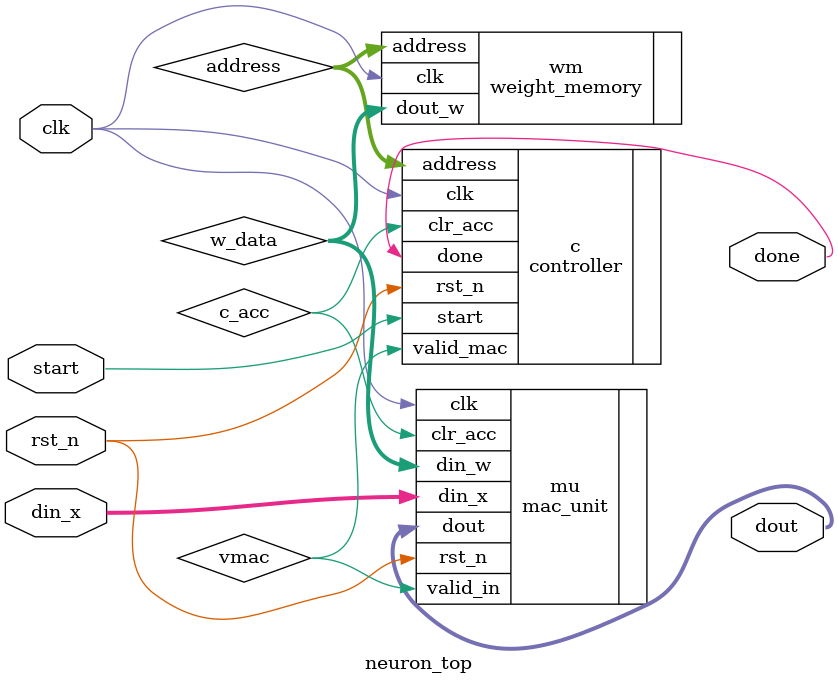
<source format=sv>
module neuron_top#(parameter [12:0] WEIGHT_OFFSET = 0) (
    input clk,
    input rst_n,
    input start,
    input signed [15:0] din_x,
    output signed [39:0] dout,
    output done
);

logic [12:0] address;
logic signed [15:0] w_data;
logic vmac;
logic c_acc;
//logic signed [39:0] mac_out;

controller #(.OFFSET(WEIGHT_OFFSET)) c (.clk(clk), .rst_n(rst_n), .start(start), .done(done),
        .clr_acc(c_acc), .address(address), .valid_mac(vmac)
    );

weight_memory wm (.clk(clk), .address(address), .dout_w(w_data));

mac_unit mu (.clk(clk), .rst_n(rst_n), .din_x(din_x),
             .din_w(w_data), .valid_in(vmac), .clr_acc(c_acc), .dout(dout));


endmodule
</source>
